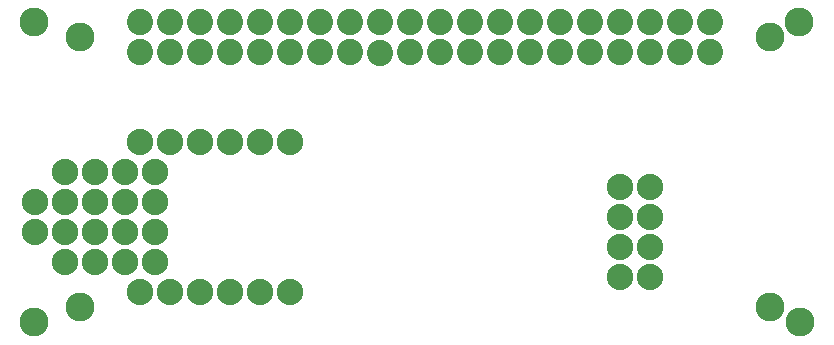
<source format=gbs>
G04 MADE WITH FRITZING*
G04 WWW.FRITZING.ORG*
G04 DOUBLE SIDED*
G04 HOLES PLATED*
G04 CONTOUR ON CENTER OF CONTOUR VECTOR*
%ASAXBY*%
%FSLAX23Y23*%
%MOIN*%
%OFA0B0*%
%SFA1.0B1.0*%
%ADD10C,0.096614*%
%ADD11C,0.088000*%
%ADD12C,0.087444*%
%LNMASK0*%
G90*
G70*
G54D10*
X94Y1087D03*
X2644Y1087D03*
X245Y1037D03*
X2545Y137D03*
X2545Y1037D03*
X2645Y87D03*
X245Y137D03*
X94Y87D03*
G54D11*
X445Y687D03*
X545Y687D03*
X645Y687D03*
X745Y687D03*
X845Y687D03*
X945Y687D03*
X445Y687D03*
X545Y687D03*
X645Y687D03*
X745Y687D03*
X845Y687D03*
X945Y687D03*
X945Y187D03*
X845Y187D03*
X745Y187D03*
X645Y187D03*
X545Y187D03*
X445Y187D03*
X945Y187D03*
X845Y187D03*
X745Y187D03*
X645Y187D03*
X545Y187D03*
X445Y187D03*
X195Y287D03*
X295Y287D03*
X395Y287D03*
X495Y287D03*
X195Y287D03*
X295Y287D03*
X395Y287D03*
X495Y287D03*
X195Y587D03*
X295Y587D03*
X395Y587D03*
X495Y587D03*
X195Y587D03*
X295Y587D03*
X395Y587D03*
X495Y587D03*
X2045Y537D03*
X2045Y437D03*
X2045Y337D03*
X2045Y237D03*
X2045Y537D03*
X2045Y437D03*
X2045Y337D03*
X2045Y237D03*
X495Y387D03*
X395Y387D03*
X295Y387D03*
X195Y387D03*
X95Y387D03*
X495Y387D03*
X395Y387D03*
X295Y387D03*
X195Y387D03*
X95Y387D03*
X95Y487D03*
X195Y487D03*
X295Y487D03*
X395Y487D03*
X495Y487D03*
X495Y387D03*
X395Y387D03*
X295Y387D03*
X195Y387D03*
X95Y387D03*
X495Y387D03*
X395Y387D03*
X295Y387D03*
X195Y387D03*
X95Y387D03*
X95Y487D03*
X195Y487D03*
X295Y487D03*
X395Y487D03*
X495Y487D03*
X2145Y537D03*
X2145Y437D03*
X2145Y337D03*
X2145Y237D03*
X2145Y537D03*
X2145Y437D03*
X2145Y337D03*
X2145Y237D03*
G54D12*
X445Y987D03*
X545Y987D03*
X645Y987D03*
X745Y987D03*
X845Y987D03*
X945Y987D03*
X1045Y987D03*
X1145Y987D03*
X1245Y986D03*
X1345Y987D03*
X1445Y987D03*
X1545Y987D03*
X1645Y987D03*
X1745Y987D03*
X1845Y987D03*
X1945Y987D03*
X2045Y987D03*
X2145Y987D03*
X2246Y987D03*
X2345Y987D03*
X2345Y1087D03*
X2246Y1087D03*
X2145Y1087D03*
X2045Y1087D03*
X1945Y1087D03*
X1845Y1087D03*
X1745Y1087D03*
X1645Y1087D03*
X1545Y1087D03*
X1445Y1087D03*
X1345Y1087D03*
X1245Y1087D03*
X1145Y1087D03*
X1045Y1087D03*
X945Y1087D03*
X845Y1087D03*
X745Y1087D03*
X645Y1087D03*
X545Y1087D03*
X445Y1087D03*
G04 End of Mask0*
M02*
</source>
